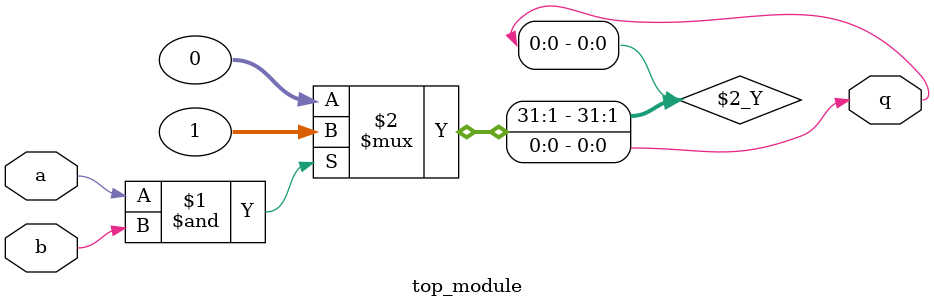
<source format=v>

module top_module (
    input a,
    input b,
    output q );//

    assign q = (a & b) ? 1 : 0; // Fix me

endmodule
</source>
